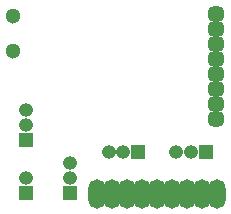
<source format=gbs>
G04 #@! TF.FileFunction,Soldermask,Bot*
%FSLAX46Y46*%
G04 Gerber Fmt 4.6, Leading zero omitted, Abs format (unit mm)*
G04 Created by KiCad (PCBNEW (2015-08-03 BZR 6047)-product) date Mon 05 Oct 2015 04:37:09 PM CEST*
%MOMM*%
G01*
G04 APERTURE LIST*
%ADD10C,0.100000*%
%ADD11R,1.200000X1.200000*%
%ADD12O,1.200000X1.200000*%
%ADD13O,1.450000X2.500000*%
%ADD14C,1.450000*%
%ADD15C,1.300000*%
G04 APERTURE END LIST*
D10*
D11*
X28000000Y-34000000D03*
D12*
X28000000Y-32750000D03*
X28000000Y-31500000D03*
D11*
X31750000Y-38500000D03*
D12*
X31750000Y-37250000D03*
X31750000Y-36000000D03*
D11*
X28000000Y-38500000D03*
D12*
X28000000Y-37250000D03*
D13*
X34040000Y-38600000D03*
X44200000Y-38600000D03*
X42930000Y-38600000D03*
X41660000Y-38600000D03*
X40390000Y-38600000D03*
X39120000Y-38600000D03*
X37850000Y-38600000D03*
X36580000Y-38600000D03*
X35310000Y-38600000D03*
D11*
X37500000Y-35000000D03*
D12*
X36250000Y-35000000D03*
X35000000Y-35000000D03*
D11*
X43250000Y-35000000D03*
D12*
X42000000Y-35000000D03*
X40750000Y-35000000D03*
D14*
X44100000Y-23340000D03*
X44100000Y-24610000D03*
X44100000Y-25880000D03*
X44100000Y-27150000D03*
X44100000Y-28420000D03*
X44100000Y-29690000D03*
X44100000Y-30960000D03*
X44100000Y-32230000D03*
D15*
X26925000Y-23500000D03*
X26925000Y-26500000D03*
M02*

</source>
